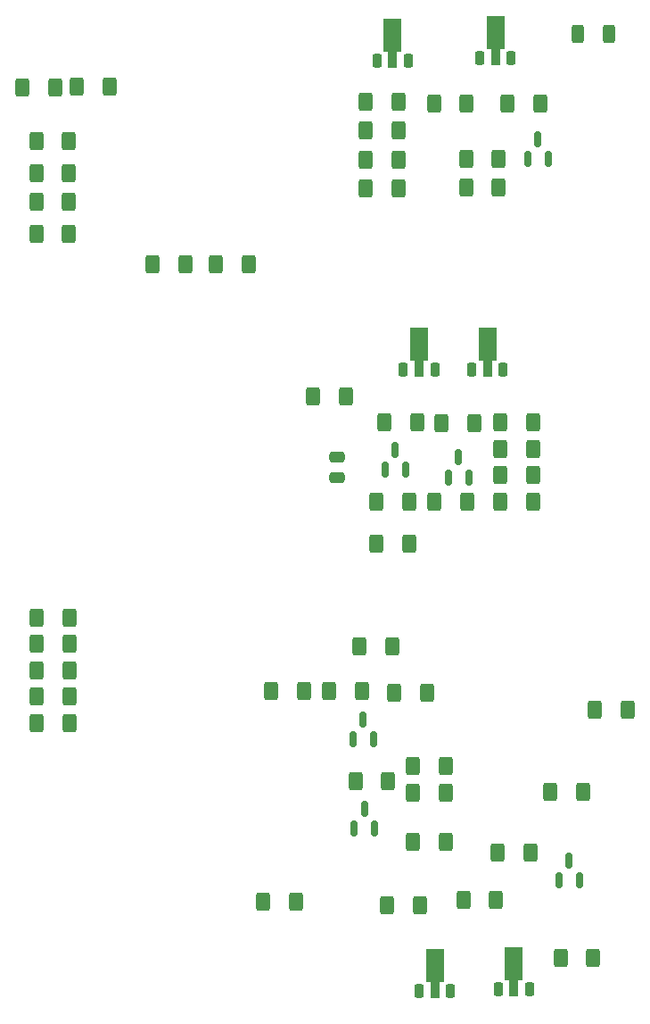
<source format=gtp>
G04 #@! TF.GenerationSoftware,KiCad,Pcbnew,9.0.3*
G04 #@! TF.CreationDate,2025-08-17T13:08:36+02:00*
G04 #@! TF.ProjectId,siemens,7369656d-656e-4732-9e6b-696361645f70,rev?*
G04 #@! TF.SameCoordinates,Original*
G04 #@! TF.FileFunction,Paste,Top*
G04 #@! TF.FilePolarity,Positive*
%FSLAX46Y46*%
G04 Gerber Fmt 4.6, Leading zero omitted, Abs format (unit mm)*
G04 Created by KiCad (PCBNEW 9.0.3) date 2025-08-17 13:08:36*
%MOMM*%
%LPD*%
G01*
G04 APERTURE LIST*
G04 Aperture macros list*
%AMRoundRect*
0 Rectangle with rounded corners*
0 $1 Rounding radius*
0 $2 $3 $4 $5 $6 $7 $8 $9 X,Y pos of 4 corners*
0 Add a 4 corners polygon primitive as box body*
4,1,4,$2,$3,$4,$5,$6,$7,$8,$9,$2,$3,0*
0 Add four circle primitives for the rounded corners*
1,1,$1+$1,$2,$3*
1,1,$1+$1,$4,$5*
1,1,$1+$1,$6,$7*
1,1,$1+$1,$8,$9*
0 Add four rect primitives between the rounded corners*
20,1,$1+$1,$2,$3,$4,$5,0*
20,1,$1+$1,$4,$5,$6,$7,0*
20,1,$1+$1,$6,$7,$8,$9,0*
20,1,$1+$1,$8,$9,$2,$3,0*%
%AMFreePoly0*
4,1,9,3.862500,-0.866500,0.737500,-0.866500,0.737500,-0.450000,-0.737500,-0.450000,-0.737500,0.450000,0.737500,0.450000,0.737500,0.866500,3.862500,0.866500,3.862500,-0.866500,3.862500,-0.866500,$1*%
G04 Aperture macros list end*
%ADD10RoundRect,0.250000X0.400000X0.625000X-0.400000X0.625000X-0.400000X-0.625000X0.400000X-0.625000X0*%
%ADD11RoundRect,0.250000X-0.400000X-0.625000X0.400000X-0.625000X0.400000X0.625000X-0.400000X0.625000X0*%
%ADD12RoundRect,0.225000X0.225000X-0.425000X0.225000X0.425000X-0.225000X0.425000X-0.225000X-0.425000X0*%
%ADD13FreePoly0,90.000000*%
%ADD14RoundRect,0.150000X0.150000X-0.587500X0.150000X0.587500X-0.150000X0.587500X-0.150000X-0.587500X0*%
%ADD15RoundRect,0.250000X0.312500X0.625000X-0.312500X0.625000X-0.312500X-0.625000X0.312500X-0.625000X0*%
%ADD16RoundRect,0.250000X-0.475000X0.250000X-0.475000X-0.250000X0.475000X-0.250000X0.475000X0.250000X0*%
G04 APERTURE END LIST*
D10*
X44542000Y-54242000D03*
X41442000Y-54242000D03*
X44542000Y-51242000D03*
X41442000Y-51242000D03*
D11*
X41442000Y-45492000D03*
X44542000Y-45492000D03*
X41442000Y-48492000D03*
X44542000Y-48492000D03*
D12*
X77791248Y-126116000D03*
D13*
X79291248Y-126028500D03*
D12*
X80791248Y-126116000D03*
X85291248Y-125866000D03*
D13*
X86791248Y-125778500D03*
D12*
X88291248Y-125866000D03*
D14*
X81541248Y-75478500D03*
X82491248Y-77353500D03*
X80591248Y-77353500D03*
D11*
X85341248Y-47166000D03*
X82241248Y-47166000D03*
X78524000Y-97802000D03*
X75424000Y-97802000D03*
D10*
X41491248Y-93166000D03*
X44591248Y-93166000D03*
D11*
X72341248Y-97666000D03*
X69241248Y-97666000D03*
D10*
X79241248Y-79666000D03*
X82341248Y-79666000D03*
X41491248Y-98166000D03*
X44591248Y-98166000D03*
X91241248Y-122916000D03*
X94341248Y-122916000D03*
D15*
X92898500Y-35306000D03*
X95823500Y-35306000D03*
D11*
X88591248Y-79666000D03*
X85491248Y-79666000D03*
X75802000Y-41747000D03*
X72702000Y-41747000D03*
D10*
X94491248Y-99416000D03*
X97591248Y-99416000D03*
D11*
X44591248Y-100666000D03*
X41491248Y-100666000D03*
D14*
X72591248Y-108791000D03*
X73541248Y-110666000D03*
X71641248Y-110666000D03*
X89091248Y-45291000D03*
X90041248Y-47166000D03*
X88141248Y-47166000D03*
D11*
X70841248Y-69666000D03*
X67741248Y-69666000D03*
D12*
X85791248Y-67116000D03*
D13*
X84291248Y-67028500D03*
D12*
X82791248Y-67116000D03*
D10*
X41491248Y-90666000D03*
X44591248Y-90666000D03*
D12*
X86541248Y-37616000D03*
D13*
X85041248Y-37528500D03*
D12*
X83541248Y-37616000D03*
D11*
X75802000Y-49997000D03*
X72702000Y-49997000D03*
D10*
X41491248Y-95666000D03*
X44591248Y-95666000D03*
X77202000Y-111899000D03*
X80302000Y-111899000D03*
D11*
X88591248Y-72166000D03*
X85491248Y-72166000D03*
D16*
X69992000Y-77366000D03*
X69992000Y-75466000D03*
D10*
X62966000Y-117602000D03*
X66066000Y-117602000D03*
D11*
X88591248Y-77166000D03*
X85491248Y-77166000D03*
D10*
X73741248Y-83666000D03*
X76841248Y-83666000D03*
X85491248Y-74666000D03*
X88591248Y-74666000D03*
X40118000Y-40398000D03*
X43218000Y-40398000D03*
X73741248Y-79666000D03*
X76841248Y-79666000D03*
D11*
X89291248Y-41916000D03*
X86191248Y-41916000D03*
D14*
X92041248Y-113728500D03*
X92991248Y-115603500D03*
X91091248Y-115603500D03*
D10*
X82241248Y-49916000D03*
X85341248Y-49916000D03*
D12*
X79291248Y-67116000D03*
D13*
X77791248Y-67028500D03*
D12*
X76291248Y-67116000D03*
D10*
X79942000Y-72242000D03*
X83042000Y-72242000D03*
D11*
X61591248Y-57166000D03*
X58491248Y-57166000D03*
D14*
X72492000Y-100304500D03*
X73442000Y-102179500D03*
X71542000Y-102179500D03*
D11*
X80292000Y-104742000D03*
X77192000Y-104742000D03*
D12*
X76791248Y-37860500D03*
D13*
X75291248Y-37773000D03*
D12*
X73791248Y-37860500D03*
D11*
X55591248Y-57166000D03*
X52491248Y-57166000D03*
D10*
X45292000Y-40342000D03*
X48392000Y-40342000D03*
D11*
X75222000Y-93416000D03*
X72122000Y-93416000D03*
X77841248Y-117916000D03*
X74741248Y-117916000D03*
X85091248Y-117416000D03*
X81991248Y-117416000D03*
X74841248Y-106166000D03*
X71741248Y-106166000D03*
X77591248Y-72166000D03*
X74491248Y-72166000D03*
X66841248Y-97666000D03*
X63741248Y-97666000D03*
D10*
X90241248Y-107166000D03*
X93341248Y-107166000D03*
D14*
X75541248Y-74728500D03*
X76491248Y-76603500D03*
X74591248Y-76603500D03*
D11*
X82291248Y-41916000D03*
X79191248Y-41916000D03*
X75802000Y-44497000D03*
X72702000Y-44497000D03*
D10*
X72702000Y-47247000D03*
X75802000Y-47247000D03*
X77192000Y-107242000D03*
X80292000Y-107242000D03*
X85241248Y-112916000D03*
X88341248Y-112916000D03*
M02*

</source>
